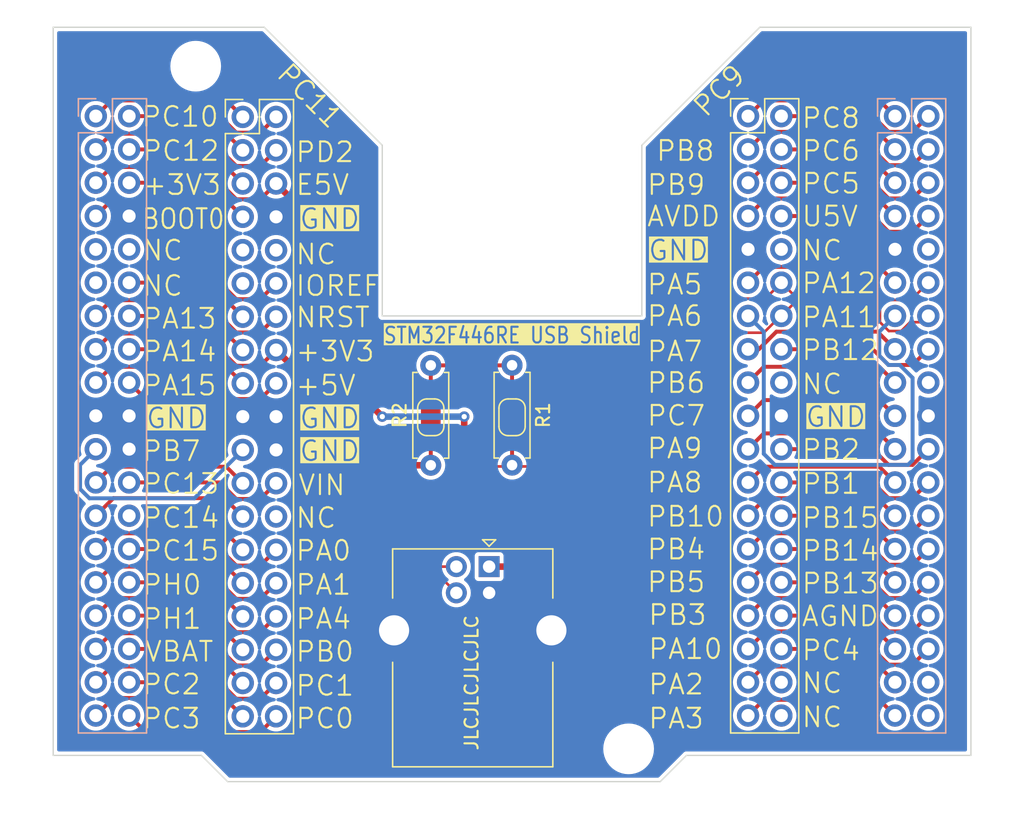
<source format=kicad_pcb>
(kicad_pcb (version 20240108) (generator "pcbnew") (generator_version "8.0")
  (layers (0 "F.Cu" signal) (31 "B.Cu" signal) (34 "B.Paste" user) (35 "F.Paste" user) (36 "B.SilkS" user "B.Silkscreen") (37 "F.SilkS" user "F.Silkscreen") (38 "B.Mask" user) (39 "F.Mask" user) (44 "Edge.Cuts" user))
  (net 0 "")
  (net 1 "/PC_10")
  (net 2 "/PC_11")
  (net 3 "/PC_12")
  (net 4 "/PD_2")
  (net 5 "/+3V3_1")
  (net 6 "/E5V")
  (net 7 "/BOOT0")
  (net 8 "/GND")
  (net 9 "/IOREF")
  (net 10 "/PA_13")
  (net 11 "/NRST")
  (net 12 "/PA_14")
  (net 13 "/PA_15")
  (net 14 "/+5V")
  (net 15 "/PB_7")
  (net 16 "/PC_13")
  (net 17 "/VIN")
  (net 18 "/PC_14")
  (net 19 "/PC_15")
  (net 20 "/PA_0")
  (net 21 "/PH_0")
  (net 22 "/PA_1")
  (net 23 "/PH_1")
  (net 24 "/PA_4")
  (net 25 "/VBAT")
  (net 26 "/PB_0")
  (net 27 "/PC_2")
  (net 28 "/PC_1")
  (net 29 "/PC_3")
  (net 30 "/PC_0")
  (net 31 "/PC_9")
  (net 32 "/PC_8")
  (net 33 "/PB_8")
  (net 34 "/PC_6")
  (net 35 "/PB_9")
  (net 36 "/PC_5")
  (net 37 "/AVDD")
  (net 38 "/U5V")
  (net 39 "/PA_5")
  (net 40 "/PA_6")
  (net 41 "/PA_7")
  (net 42 "/PB_12")
  (net 43 "/PB_6")
  (net 44 "/PC_7")
  (net 45 "/PA_9")
  (net 46 "/PB_2")
  (net 47 "/PA_8")
  (net 48 "/PB_1")
  (net 49 "/PB_10")
  (net 50 "/PB_15")
  (net 51 "/PB_4")
  (net 52 "/PB_14")
  (net 53 "/PB_5")
  (net 54 "/PB_13")
  (net 55 "/PB_3")
  (net 56 "/AGND")
  (net 57 "/PA_10")
  (net 58 "/PC_4")
  (net 59 "/PA_2")
  (net 60 "/PA_3")
  (net 61 "Net-(JP1-B)")
  (net 78 "/D+")
  (net 79 "/D-")
  (net 80 "/+3V3_2")
  (footprint "Connector_PinHeader_2.54mm:PinHeader_2x19_P2.54mm_Vertical" (layer "F.Cu") (at 114.46 56.84)
    (property "Reference" "J2")
    (property "Value" "Conn_02x19_Odd_Even")
  )
  (footprint "Resistor_THT:R_Axial_DIN0207_L6.3mm_D2.5mm_P7.62mm_Horizontal" (layer "F.Cu") (at 128.8 83.41 90)
    (property "Reference" "R2")
    (property "Value" "R")
  )
  (footprint "Resistor_THT:R_Axial_DIN0207_L6.3mm_D2.5mm_P7.62mm_Horizontal" (layer "F.Cu") (at 135 75.78 -90)
    (property "Reference" "R1")
    (property "Value" "R")
  )
  (footprint "Connector_PinHeader_2.54mm:PinHeader_2x19_P2.54mm_Vertical" (layer "F.Cu") (at 153 56.78)
    (property "Reference" "J4")
    (property "Value" "Conn_02x19_Odd_Even")
  )
  (footprint "Jumper:SolderJumper-2_P1.3mm_Open_RoundedPad1.0x1.5mm" (layer "F.Cu") (at 135 79.75 90)
    (property "Reference" "JP1")
    (property "Value" "SolderJumper_2_Open")
  )
  (footprint "Jumper:SolderJumper-2_P1.3mm_Open_RoundedPad1.0x1.5mm" (layer "F.Cu") (at 128.8 79.75 -90)
    (property "Reference" "JP2")
    (property "Value" "SolderJumper_2_Open")
  )
  (footprint "Connector_USB:USB_B_Lumberg_2411_02_Horizontal" (layer "F.Cu") (at 133.25 91.14 -90)
    (property "Reference" "J5")
    (property "Value" "USB_B")
  )
  (footprint "MountingHole:MountingHole_3.2mm_M3" (layer "F.Cu") (at 143.89 105.04)
    (property "Reference" "H2")
    (property "Value" "MountingHole")
  )
  (footprint "MountingHole:MountingHole_3.2mm_M3" (layer "F.Cu") (at 110.87 52.97)
    (property "Reference" "H1")
    (property "Value" "MountingHole")
  )
  (footprint "Connector_PinSocket_2.54mm:PinSocket_2x19_P2.54mm_Vertical" (layer "B.Cu") (at 103.25 56.78 180)
    (property "Reference" "J1")
    (property "Value" "Conn_02x19_Odd_Even")
  )
  (footprint "Connector_PinSocket_2.54mm:PinSocket_2x19_P2.54mm_Vertical" (layer "B.Cu") (at 164.21 56.78 180)
    (property "Reference" "J3")
    (property "Value" "Conn_02x19_Odd_Even")
  )
  (gr_line (start 100 105.54) (end 111.3 105.54) (stroke (width 0.1)) (layer "Edge.Cuts"))
  (gr_line (start 113.3 107.54) (end 146.3 107.54) (stroke (width 0.1)) (layer "Edge.Cuts"))
  (gr_line (start 125.1 59) (end 116.1 50) (stroke (width 0.1)) (layer "Edge.Cuts"))
  (gr_line (start 125.1 59) (end 125.1 72.02) (stroke (width 0.1)) (layer "Edge.Cuts"))
  (gr_line (start 144.9 59) (end 144.9 72.02) (stroke (width 0.1)) (layer "Edge.Cuts"))
  (gr_line (start 144.9 59) (end 153.9 50) (stroke (width 0.1)) (layer "Edge.Cuts"))
  (gr_line (start 100 105.54) (end 100 50) (stroke (width 0.1)) (layer "Edge.Cuts"))
  (gr_line (start 170 50) (end 170 105.54) (stroke (width 0.1)) (layer "Edge.Cuts"))
  (gr_line (start 148.3 105.54) (end 170 105.54) (stroke (width 0.1)) (layer "Edge.Cuts"))
  (gr_line (start 125.1 72.02) (end 144.9 72.02) (stroke (width 0.1)) (layer "Edge.Cuts"))
  (gr_line (start 116.1 50) (end 100 50) (stroke (width 0.1)) (layer "Edge.Cuts"))
  (gr_line (start 113.3 107.54) (end 111.3 105.54) (stroke (width 0.1)) (layer "Edge.Cuts"))
  (gr_line (start 146.3 107.54) (end 148.3 105.54) (stroke (width 0.1)) (layer "Edge.Cuts"))
  (gr_line (start 153.9 50) (end 170 50) (stroke (width 0.1)) (layer "Edge.Cuts"))
  (gr_text "PA7" (at 145.2 75.6 0) (layer "F.SilkS") (effects (font (size 1.5 1.5) (thickness 0.16)) (justify left bottom)))
  (gr_text "GND" (at 118.7 80.7 0) (layer "F.SilkS" knockout) (effects (font (size 1.5 1.5) (thickness 0.16)) (justify left bottom)))
  (gr_text "PC6" (at 157 60.3 0) (layer "F.SilkS") (effects (font (size 1.5 1.5) (thickness 0.16)) (justify left bottom)))
  (gr_text "PA1" (at 118.4 93.4 0) (layer "F.SilkS") (effects (font (size 1.5 1.5) (thickness 0.16)) (justify left bottom)))
  (gr_text "PA11" (at 157 73 0) (layer "F.SilkS") (effects (font (size 1.5 1.5) (thickness 0.16)) (justify left bottom)))
  (gr_text "PC13" (at 106.7 85.7 0) (layer "F.SilkS") (effects (font (size 1.5 1.5) (thickness 0.16)) (justify left bottom)))
  (gr_text "PB12" (at 157 75.5 0) (layer "F.SilkS") (effects (font (size 1.5 1.5) (thickness 0.16)) (justify left bottom)))
  (gr_text "PC14" (at 106.7 88.3 0) (layer "F.SilkS") (effects (font (size 1.5 1.5) (thickness 0.16)) (justify left bottom)))
  (gr_text "NRST" (at 118.4 73 0) (layer "F.SilkS") (effects (font (size 1.5 1.5) (thickness 0.16)) (justify left bottom)))
  (gr_text "PC0" (at 118.4 103.6 0) (layer "F.SilkS") (effects (font (size 1.5 1.5) (thickness 0.16)) (justify left bottom)))
  (gr_text "PB2" (at 157 83.1 0) (layer "F.SilkS") (effects (font (size 1.5 1.5) (thickness 0.16)) (justify left bottom)))
  (gr_text "PC11" (at 116.8 53.7 315) (layer "F.SilkS") (effects (font (size 1.5 1.5) (thickness 0.16)) (justify left bottom)))
  (gr_text "NC" (at 157 103.5 0) (layer "F.SilkS") (effects (font (size 1.5 1.5) (thickness 0.16)) (justify left bottom)))
  (gr_text "PH0" (at 106.7 93.4 0) (layer "F.SilkS") (effects (font (size 1.5 1.5) (thickness 0.16)) (justify left bottom)))
  (gr_text "PB3" (at 145.3 95.7 0) (layer "F.SilkS") (effects (font (size 1.5 1.5) (thickness 0.16)) (justify left bottom)))
  (gr_text "+3V3" (at 118.4 75.6 0) (layer "F.SilkS") (effects (font (size 1.5 1.5) (thickness 0.16)) (justify left bottom)))
  (gr_text "PC15" (at 106.7 90.8 0) (layer "F.SilkS") (effects (font (size 1.5 1.5) (thickness 0.16)) (justify left bottom)))
  (gr_text "+3V3" (at 106.7 62.9 0) (layer "F.SilkS") (effects (font (size 1.5 1.5) (thickness 0.16)) (justify left bottom)))
  (gr_text "PA2" (at 145.3 101 0) (layer "F.SilkS") (effects (font (size 1.5 1.5) (thickness 0.16)) (justify left bottom)))
  (gr_text "VBAT" (at 106.9 98.5 0) (layer "F.SilkS") (effects (font (size 1.5 1.5) (thickness 0.16)) (justify left bottom)))
  (gr_text "NC" (at 106.7 67.9 0) (layer "F.SilkS") (effects (font (size 1.5 1.5) (thickness 0.16)) (justify left bottom)))
  (gr_text "NC" (at 118.4 68.2 0) (layer "F.SilkS") (effects (font (size 1.5 1.5) (thickness 0.16)) (justify left bottom)))
  (gr_text "GND" (at 107 80.7 0) (layer "F.SilkS" knockout) (effects (font (size 1.5 1.5) (thickness 0.16)) (justify left bottom)))
  (gr_text "PA14" (at 106.7 75.6 0) (layer "F.SilkS") (effects (font (size 1.5 1.5) (thickness 0.16)) (justify left bottom)))
  (gr_text "PB10" (at 145.2 88.2 0) (layer "F.SilkS") (effects (font (size 1.5 1.5) (thickness 0.16)) (justify left bottom)))
  (gr_text "PA15" (at 106.7 78.2 0) (layer "F.SilkS") (effects (font (size 1.5 1.5) (thickness 0.16)) (justify left bottom)))
  (gr_text "PB9" (at 145.2 62.9 0) (layer "F.SilkS") (effects (font (size 1.5 1.5) (thickness 0.16)) (justify left bottom)))
  (gr_text "PH1" (at 106.7 96 0) (layer "F.SilkS") (effects (font (size 1.5 1.5) (thickness 0.16)) (justify left bottom)))
  (gr_text "+5V" (at 118.4 78.2 0) (layer "F.SilkS") (effects (font (size 1.5 1.5) (thickness 0.16)) (justify left bottom)))
  (gr_text "GND" (at 118.7 83.2 0) (layer "F.SilkS" knockout) (effects (font (size 1.5 1.5) (thickness 0.16)) (justify left bottom)))
  (gr_text "PC8" (at 157 57.8 0) (layer "F.SilkS") (effects (font (size 1.5 1.5) (thickness 0.16)) (justify left bottom)))
  (gr_text "PA5" (at 145.2 70.5 0) (layer "F.SilkS") (effects (font (size 1.5 1.5) (thickness 0.16)) (justify left bottom)))
  (gr_text "PB14" (at 157 90.8 0) (layer "F.SilkS") (effects (font (size 1.5 1.5) (thickness 0.16)) (justify left bottom)))
  (gr_text "AGND" (at 157 95.8 0) (layer "F.SilkS") (effects (font (size 1.5 1.5) (thickness 0.16)) (justify left bottom)))
  (gr_text "PA3" (at 145.3 103.6 0) (layer "F.SilkS") (effects (font (size 1.5 1.5) (thickness 0.16)) (justify left bottom)))
  (gr_text "JLCJLCJLCJLC" (at 132.5 100 90) (layer "F.SilkS") (effects (font (size 1 1) (thickness 0.16)) (justify bottom)))
  (gr_text "PA8" (at 145.2 85.6 0) (layer "F.SilkS") (effects (font (size 1.5 1.5) (thickness 0.16)) (justify left bottom)))
  (gr_text "PC3" (at 106.7 103.6 0) (layer "F.SilkS") (effects (font (size 1.5 1.5) (thickness 0.16)) (justify left bottom)))
  (gr_text "PC2" (at 106.7 101 0) (layer "F.SilkS") (effects (font (size 1.5 1.5) (thickness 0.16)) (justify left bottom)))
  (gr_text "PB15" (at 157 88.3 0) (layer "F.SilkS") (effects (font (size 1.5 1.5) (thickness 0.16)) (justify left bottom)))
  (gr_text "PC7" (at 145.2 80.5 0) (layer "F.SilkS") (effects (font (size 1.5 1.5) (thickness 0.16)) (justify left bottom)))
  (gr_text "PC10" (at 106.65 57.7 0) (layer "F.SilkS") (effects (font (size 1.5 1.5) (thickness 0.16)) (justify left bottom)))
  (gr_text "NC" (at 157 78.1 0) (layer "F.SilkS") (effects (font (size 1.5 1.5) (thickness 0.16)) (justify left bottom)))
  (gr_text "PB0" (at 118.4 98.5 0) (layer "F.SilkS") (effects (font (size 1.5 1.5) (thickness 0.16)) (justify left bottom)))
  (gr_text "PA6" (at 145.2 72.9 0) (layer "F.SilkS") (effects (font (size 1.5 1.5) (thickness 0.16)) (justify left bottom)))
  (gr_text "PB7" (at 106.7 83.2 0) (layer "F.SilkS") (effects (font (size 1.5 1.5) (thickness 0.16)) (justify left bottom)))
  (gr_text "PB13" (at 157 93.3 0) (layer "F.SilkS") (effects (font (size 1.5 1.5) (thickness 0.16)) (justify left bottom)))
  (gr_text "PA12" (at 157 70.4 0) (layer "F.SilkS") (effects (font (size 1.5 1.5) (thickness 0.16)) (justify left bottom)))
  (gr_text "PC9" (at 149.8 57.1 45) (layer "F.SilkS") (effects (font (size 1.5 1.5) (thickness 0.16)) (justify left bottom)))
  (gr_text "PA10" (at 145.3 98.3 0) (layer "F.SilkS") (effects (font (size 1.5 1.5) (thickness 0.16)) (justify left bottom)))
  (gr_text "PB8" (at 145.9 60.3 0) (layer "F.SilkS") (effects (font (size 1.5 1.5) (thickness 0.16)) (justify left bottom)))
  (gr_text "PB4" (at 145.2 90.7 0) (layer "F.SilkS") (effects (font (size 1.5 1.5) (thickness 0.16)) (justify left bottom)))
  (gr_text "GND" (at 145.3 67.9 0) (layer "F.SilkS" knockout) (effects (font (size 1.5 1.5) (thickness 0.16)) (justify left bottom)))
  (gr_text "NC" (at 118.4 88.3 0) (layer "F.SilkS") (effects (font (size 1.5 1.5) (thickness 0.16)) (justify left bottom)))
  (gr_text "NC" (at 106.7 70.6 0) (layer "F.SilkS") (effects (font (size 1.5 1.5) (thickness 0.16)) (justify left bottom)))
  (gr_text "IOREF" (at 118.4 70.6 0) (layer "F.SilkS") (effects (font (size 1.5 1.5) (thickness 0.16)) (justify left bottom)))
  (gr_text "PB1" (at 157 85.7 0) (layer "F.SilkS") (effects (font (size 1.5 1.5) (thickness 0.16)) (justify left bottom)))
  (gr_text "PB6" (at 145.2 78 0) (layer "F.SilkS") (effects (font (size 1.5 1.5) (thickness 0.16)) (justify left bottom)))
  (gr_text "GND" (at 157.3 80.6 0) (layer "F.SilkS" knockout) (effects (font (size 1.5 1.5) (thickness 0.16)) (justify left bottom)))
  (gr_text "NC" (at 157 100.9 0) (layer "F.SilkS") (effects (font (size 1.5 1.5) (thickness 0.16)) (justify left bottom)))
  (gr_text "PC5" (at 157 62.8 0) (layer "F.SilkS") (effects (font (size 1.5 1.5) (thickness 0.16)) (justify left bottom)))
  (gr_text "PA9" (at 145.2 83 0) (layer "F.SilkS") (effects (font (size 1.5 1.5) (thickness 0.16)) (justify left bottom)))
  (gr_text "AVDD" (at 145.2 65.3 0) (layer "F.SilkS") (effects (font (size 1.5 1.5) (thickness 0.16)) (justify left bottom)))
  (gr_text "STM32F446RE USB Shield" (at 135 74.2 0) (layer "F.SilkS" knockout) (effects (font (size 1.2 1) (thickness 0.16)) (justify bottom)))
  (gr_text "PC4" (at 157 98.4 0) (layer "F.SilkS") (effects (font (size 1.5 1.5) (thickness 0.16)) (justify left bottom)))
  (gr_text "PA0" (at 118.4 90.8 0) (layer "F.SilkS") (effects (font (size 1.5 1.5) (thickness 0.16)) (justify left bottom)))
  (gr_text "PC1" (at 118.4 101.1 0) (layer "F.SilkS") (effects (font (size 1.5 1.5) (thickness 0.16)) (justify left bottom)))
  (gr_text "PD2" (at 118.4 60.4 0) (layer "F.SilkS") (effects (font (size 1.5 1.5) (thickness 0.16)) (justify left bottom)))
  (gr_text "GND" (at 118.7 65.5 0) (layer "F.SilkS" knockout) (effects (font (size 1.5 1.5) (thickness 0.16)) (justify left bottom)))
  (gr_text "BOOT0" (at 106.7 65.5 0) (layer "F.SilkS") (effects (font (size 1.5 1.3) (thickness 0.16)) (justify left bottom)))
  (gr_text "PA13" (at 106.7 73.1 0) (layer "F.SilkS") (effects (font (size 1.5 1.5) (thickness 0.16)) (justify left bottom)))
  (gr_text "U5V" (at 157 65.3 0) (layer "F.SilkS") (effects (font (size 1.5 1.5) (thickness 0.16)) (justify left bottom)))
  (gr_text "PB5" (at 145.2 93.2 0) (layer "F.SilkS") (effects (font (size 1.5 1.5) (thickness 0.16)) (justify left bottom)))
  (gr_text "PC12" (at 106.7 60.3 0) (layer "F.SilkS") (effects (font (size 1.5 1.5) (thickness 0.16)) (justify left bottom)))
  (gr_text "E5V" (at 118.4 62.9 0) (layer "F.SilkS") (effects (font (size 1.5 1.5) (thickness 0.16)) (justify left bottom)))
  (gr_text "PA4" (at 118.4 96 0) (layer "F.SilkS") (effects (font (size 1.5 1.5) (thickness 0.16)) (justify left bottom)))
  (gr_text "NC" (at 157 67.9 0) (layer "F.SilkS") (effects (font (size 1.5 1.5) (thickness 0.16)) (justify left bottom)))
  (gr_text "VIN" (at 118.6 85.8 0) (layer "F.SilkS") (effects (font (size 1.5 1.5) (thickness 0.16)) (justify left bottom)))
  (segment (start 104.45 55.58) (end 113.2 55.58) (width 0.3) (layer "F.Cu") (net 1))
  (segment (start 103.25 56.78) (end 104.45 55.58) (width 0.3) (layer "F.Cu") (net 1))
  (segment (start 113.2 55.58) (end 114.46 56.84) (width 0.3) (layer "F.Cu") (net 1))
  (segment (start 105.79 56.78) (end 112.702943 56.78) (width 0.3) (layer "F.Cu") (net 2))
  (segment (start 112.702943 56.78) (end 113.962943 58.04) (width 0.3) (layer "F.Cu") (net 2))
  (segment (start 115.8 58.04) (end 117 56.84) (width 0.3) (layer "F.Cu") (net 2))
  (segment (start 113.962943 58.04) (end 115.8 58.04) (width 0.3) (layer "F.Cu") (net 2))
  (segment (start 113.2 58.12) (end 114.46 59.38) (width 0.3) (layer "F.Cu") (net 3))
  (segment (start 104.45 58.12) (end 113.2 58.12) (width 0.3) (layer "F.Cu") (net 3))
  (segment (start 103.25 59.32) (end 104.45 58.12) (width 0.3) (layer "F.Cu") (net 3))
  (segment (start 112.702943 59.32) (end 113.962943 60.58) (width 0.3) (layer "F.Cu") (net 4))
  (segment (start 115.8 60.58) (end 117 59.38) (width 0.3) (layer "F.Cu") (net 4))
  (segment (start 105.79 59.32) (end 112.702943 59.32) (width 0.3) (layer "F.Cu") (net 4))
  (segment (start 113.962943 60.58) (end 115.8 60.58) (width 0.3) (layer "F.Cu") (net 4))
  (segment (start 103.25 61.86) (end 104.45 60.66) (width 0.3) (layer "F.Cu") (net 5))
  (segment (start 113.2 60.66) (end 114.46 61.92) (width 0.3) (layer "F.Cu") (net 5))
  (segment (start 104.45 60.66) (end 113.2 60.66) (width 0.3) (layer "F.Cu") (net 5))
  (segment (start 112.702943 61.86) (end 113.962943 63.12) (width 0.3) (layer "F.Cu") (net 6))
  (segment (start 130.1 96.1) (end 133.3 96.1) (width 0.5) (layer "F.Cu") (net 6))
  (segment (start 131.35 83.15) (end 127.2 87.3) (width 0.5) (layer "F.Cu") (net 6))
  (segment (start 133.3 96.1) (end 135.7 93.7) (width 0.5) (layer "F.Cu") (net 6))
  (segment (start 135.7 93.7) (end 135.7 92.2) (width 0.5) (layer "F.Cu") (net 6))
  (segment (start 134.64 91.14) (end 133.25 91.14) (width 0.5) (layer "F.Cu") (net 6))
  (segment (start 127.2 87.3) (end 127.2 93.2) (width 0.5) (layer "F.Cu") (net 6))
  (segment (start 105.79 61.86) (end 112.702943 61.86) (width 0.3) (layer "F.Cu") (net 6))
  (segment (start 135.7 92.2) (end 134.64 91.14) (width 0.5) (layer "F.Cu") (net 6))
  (segment (start 115.8 63.12) (end 117 61.92) (width 0.3) (layer "F.Cu") (net 6))
  (segment (start 123.5 68.42) (end 117 61.92) (width 0.5) (layer "F.Cu") (net 6))
  (segment (start 127.2 93.2) (end 130.1 96.1) (width 0.5) (layer "F.Cu") (net 6))
  (segment (start 123.5 78.1) (end 123.5 68.42) (width 0.5) (layer "F.Cu") (net 6))
  (segment (start 131.35 79.7) (end 131.35 83.15) (width 0.5) (layer "F.Cu") (net 6))
  (segment (start 113.962943 63.12) (end 115.8 63.12) (width 0.3) (layer "F.Cu") (net 6))
  (segment (start 123.5 78.1) (end 125.1 79.7) (width 0.5) (layer "F.Cu") (net 6))
  (via (at 125.1 79.7) (size 0.8) (drill 0.4) (layers "F.Cu" "B.Cu") (net 6))
  (via (at 131.35 79.7) (size 0.8) (drill 0.4) (layers "F.Cu" "B.Cu") (net 6))
  (segment (start 125.1 79.7) (end 131.35 79.7) (width 0.5) (layer "B.Cu") (net 6))
  (segment (start 103.25 64.4) (end 104.45 63.2) (width 0.3) (layer "F.Cu") (net 7))
  (segment (start 104.45 63.2) (end 113.2 63.2) (width 0.3) (layer "F.Cu") (net 7))
  (segment (start 113.2 63.2) (end 114.46 64.46) (width 0.3) (layer "F.Cu") (net 7))
  (segment (start 112.702943 69.48) (end 113.962943 70.74) (width 0.3) (layer "F.Cu") (net 9))
  (segment (start 113.962943 70.74) (end 115.8 70.74) (width 0.3) (layer "F.Cu") (net 9))
  (segment (start 105.79 69.48) (end 112.702943 69.48) (width 0.3) (layer "F.Cu") (net 9))
  (segment (start 115.8 70.74) (end 117 69.54) (width 0.3) (layer "F.Cu") (net 9))
  (segment (start 104.45 70.82) (end 113.2 70.82) (width 0.3) (layer "F.Cu") (net 10))
  (segment (start 103.25 72.02) (end 104.45 70.82) (width 0.3) (layer "F.Cu") (net 10))
  (segment (start 113.2 70.82) (end 114.46 72.08) (width 0.3) (layer "F.Cu") (net 10))
  (segment (start 113.962943 73.28) (end 115.8 73.28) (width 0.3) (layer "F.Cu") (net 11))
  (segment (start 112.702943 72.02) (end 113.962943 73.28) (width 0.3) (layer "F.Cu") (net 11))
  (segment (start 115.8 73.28) (end 117 72.08) (width 0.3) (layer "F.Cu") (net 11))
  (segment (start 105.79 72.02) (end 112.702943 72.02) (width 0.3) (layer "F.Cu") (net 11))
  (segment (start 113.2 73.36) (end 114.46 74.62) (width 0.3) (layer "F.Cu") (net 12))
  (segment (start 104.45 73.36) (end 113.2 73.36) (width 0.3) (layer "F.Cu") (net 12))
  (segment (start 103.25 74.56) (end 104.45 73.36) (width 0.3) (layer "F.Cu") (net 12))
  (segment (start 104.45 75.9) (end 113.2 75.9) (width 0.3) (layer "F.Cu") (net 13))
  (segment (start 113.2 75.9) (end 114.46 77.16) (width 0.3) (layer "F.Cu") (net 13))
  (segment (start 103.25 77.1) (end 104.45 75.9) (width 0.3) (layer "F.Cu") (net 13))
  (segment (start 107.05 78.36) (end 105.79 77.1) (width 0.3) (layer "F.Cu") (net 14))
  (segment (start 115.8 78.36) (end 107.05 78.36) (width 0.3) (layer "F.Cu") (net 14))
  (segment (start 117 77.16) (end 115.8 78.36) (width 0.3) (layer "F.Cu") (net 14))
  (segment (start 102.07 83.36) (end 103.25 82.18) (width 0.3) (layer "B.Cu") (net 15))
  (segment (start 102.05 83.36) (end 102.05 85.217057) (width 0.3) (layer "B.Cu") (net 15))
  (segment (start 102.762943 85.93) (end 110.77 85.93) (width 0.3) (layer "B.Cu") (net 15))
  (segment (start 102.05 85.217057) (end 102.762943 85.93) (width 0.3) (layer "B.Cu") (net 15))
  (segment (start 110.77 85.93) (end 114.46 82.24) (width 0.3) (layer "B.Cu") (net 15))
  (segment (start 104.45 83.52) (end 113.2 83.52) (width 0.3) (layer "F.Cu") (net 16))
  (segment (start 113.2 83.52) (end 114.46 84.78) (width 0.3) (layer "F.Cu") (net 16))
  (segment (start 103.25 84.72) (end 104.45 83.52) (width 0.3) (layer "F.Cu") (net 16))
  (segment (start 105.79 84.72) (end 112.702943 84.72) (width 0.3) (layer "F.Cu") (net 17))
  (segment (start 112.702943 84.72) (end 113.962943 85.98) (width 0.3) (layer "F.Cu") (net 17))
  (segment (start 113.962943 85.98) (end 115.8 85.98) (width 0.3) (layer "F.Cu") (net 17))
  (segment (start 115.8 85.98) (end 117 84.78) (width 0.3) (layer "F.Cu") (net 17))
  (segment (start 103.25 87.26) (end 104.59 85.92) (width 0.3) (layer "F.Cu") (net 18))
  (segment (start 104.59 85.92) (end 113.06 85.92) (width 0.3) (layer "F.Cu") (net 18))
  (segment (start 113.06 85.92) (end 114.46 87.32) (width 0.3) (layer "F.Cu") (net 18))
  (segment (start 103.25 89.8) (end 104.45 88.6) (width 0.3) (layer "F.Cu") (net 19))
  (segment (start 104.45 88.6) (end 113.2 88.6) (width 0.3) (layer "F.Cu") (net 19))
  (segment (start 113.2 88.6) (end 114.46 89.86) (width 0.3) (layer "F.Cu") (net 19))
  (segment (start 113.962943 91.06) (end 115.8 91.06) (width 0.3) (layer "F.Cu") (net 20))
  (segment (start 105.79 89.8) (end 112.702943 89.8) (width 0.3) (layer "F.Cu") (net 20))
  (segment (start 115.8 91.06) (end 117 89.86) (width 0.3) (layer "F.Cu") (net 20))
  (segment (start 112.702943 89.8) (end 113.962943 91.06) (width 0.3) (layer "F.Cu") (net 20))
  (segment (start 113.2 91.14) (end 114.46 92.4) (width 0.3) (layer "F.Cu") (net 21))
  (segment (start 103.25 92.34) (end 104.45 91.14) (width 0.3) (layer "F.Cu") (net 21))
  (segment (start 104.45 91.14) (end 113.2 91.14) (width 0.3) (layer "F.Cu") (net 21))
  (segment (start 105.79 92.34) (end 112.702943 92.34) (width 0.3) (layer "F.Cu") (net 22))
  (segment (start 113.962943 93.6) (end 115.8 93.6) (width 0.3) (layer "F.Cu") (net 22))
  (segment (start 112.702943 92.34) (end 113.962943 93.6) (width 0.3) (layer "F.Cu") (net 22))
  (segment (start 115.8 93.6) (end 117 92.4) (width 0.3) (layer "F.Cu") (net 22))
  (segment (start 113.06 93.54) (end 114.46 94.94) (width 0.3) (layer "F.Cu") (net 23))
  (segment (start 103.25 94.88) (end 104.59 93.54) (width 0.3) (layer "F.Cu") (net 23))
  (segment (start 104.59 93.54) (end 113.06 93.54) (width 0.3) (layer "F.Cu") (net 23))
  (segment (start 113.962943 96.14) (end 115.8 96.14) (width 0.3) (layer "F.Cu") (net 24))
  (segment (start 115.8 96.14) (end 117 94.94) (width 0.3) (layer "F.Cu") (net 24))
  (segment (start 112.702943 94.88) (end 113.962943 96.14) (width 0.3) (layer "F.Cu") (net 24))
  (segment (start 105.79 94.88) (end 112.702943 94.88) (width 0.3) (layer "F.Cu") (net 24))
  (segment (start 104.45 96.22) (end 113.2 96.22) (width 0.3) (layer "F.Cu") (net 25))
  (segment (start 113.2 96.22) (end 114.46 97.48) (width 0.3) (layer "F.Cu") (net 25))
  (segment (start 103.25 97.42) (end 104.45 96.22) (width 0.3) (layer "F.Cu") (net 25))
  (segment (start 105.79 97.42) (end 112.702943 97.42) (width 0.3) (layer "F.Cu") (net 26))
  (segment (start 115.8 98.68) (end 117 97.48) (width 0.3) (layer "F.Cu") (net 26))
  (segment (start 112.702943 97.42) (end 113.962943 98.68) (width 0.3) (layer "F.Cu") (net 26))
  (segment (start 113.962943 98.68) (end 115.8 98.68) (width 0.3) (layer "F.Cu") (net 26))
  (segment (start 103.25 99.96) (end 104.45 98.76) (width 0.3) (layer "F.Cu") (net 27))
  (segment (start 104.45 98.76) (end 113.2 98.76) (width 0.3) (layer "F.Cu") (net 27))
  (segment (start 113.2 98.76) (end 114.46 100.02) (width 0.3) (layer "F.Cu") (net 27))
  (segment (start 113.962943 101.22) (end 115.8 101.22) (width 0.3) (layer "F.Cu") (net 28))
  (segment (start 105.79 99.96) (end 112.702943 99.96) (width 0.3) (layer "F.Cu") (net 28))
  (segment (start 112.702943 99.96) (end 113.962943 101.22) (width 0.3) (layer "F.Cu") (net 28))
  (segment (start 115.8 101.22) (end 117 100.02) (width 0.3) (layer "F.Cu") (net 28))
  (segment (start 113.06 101.16) (end 114.46 102.56) (width 0.3) (layer "F.Cu") (net 29))
  (segment (start 103.25 102.5) (end 104.59 101.16) (width 0.3) (layer "F.Cu") (net 29))
  (segment (start 104.59 101.16) (end 113.06 101.16) (width 0.3) (layer "F.Cu") (net 29))
  (segment (start 107.05 103.76) (end 115.8 103.76) (width 0.3) (layer "F.Cu") (net 30))
  (segment (start 115.8 103.76) (end 117 102.56) (width 0.3) (layer "F.Cu") (net 30))
  (segment (start 105.79 102.5) (end 107.05 103.76) (width 0.3) (layer "F.Cu") (net 30))
  (segment (start 154.2 55.58) (end 163.01 55.58) (width 0.3) (layer "F.Cu") (net 31))
  (segment (start 153 56.78) (end 154.2 55.58) (width 0.3) (layer "F.Cu") (net 31))
  (segment (start 163.01 55.58) (end 164.21 56.78) (width 0.3) (layer "F.Cu") (net 31))
  (segment (start 166.75 56.78) (end 165.55 57.98) (width 0.3) (layer "F.Cu") (net 32))
  (segment (start 163.712943 57.98) (end 162.512943 56.78) (width 0.3) (layer "F.Cu") (net 32))
  (segment (start 162.512943 56.78) (end 155.54 56.78) (width 0.3) (layer "F.Cu") (net 32))
  (segment (start 165.55 57.98) (end 163.712943 57.98) (width 0.3) (layer "F.Cu") (net 32))
  (segment (start 153 59.32) (end 154.34 57.98) (width 0.3) (layer "F.Cu") (net 33))
  (segment (start 154.34 57.98) (end 162.87 57.98) (width 0.3) (layer "F.Cu") (net 33))
  (segment (start 153 59.3) (end 152.9 59.2) (width 0.3) (layer "F.Cu") (net 33))
  (segment (start 153 59.32) (end 153 59.3) (width 0.3) (layer "F.Cu") (net 33))
  (segment (start 162.87 57.98) (end 164.21 59.32) (width 0.3) (layer "F.Cu") (net 33))
  (segment (start 165.55 60.52) (end 163.712943 60.52) (width 0.3) (layer "F.Cu") (net 34))
  (segment (start 163.712943 60.52) (end 162.512943 59.32) (width 0.3) (layer "F.Cu") (net 34))
  (segment (start 162.512943 59.32) (end 155.54 59.32) (width 0.3) (layer "F.Cu") (net 34))
  (segment (start 166.75 59.32) (end 165.55 60.52) (width 0.3) (layer "F.Cu") (net 34))
  (segment (start 163.01 60.66) (end 164.21 61.86) (width 0.3) (layer "F.Cu") (net 35))
  (segment (start 153 61.86) (end 154.2 60.66) (width 0.3) (layer "F.Cu") (net 35))
  (segment (start 154.2 60.66) (end 163.01 60.66) (width 0.3) (layer "F.Cu") (net 35))
  (segment (start 165.55 63.06) (end 163.712943 63.06) (width 0.3) (layer "F.Cu") (net 36))
  (segment (start 166.75 61.86) (end 165.55 63.06) (width 0.3) (layer "F.Cu") (net 36))
  (segment (start 162.512943 61.86) (end 155.54 61.86) (width 0.3) (layer "F.Cu") (net 36))
  (segment (start 163.712943 63.06) (end 162.512943 61.86) (width 0.3) (layer "F.Cu") (net 36))
  (segment (start 162.87 63.06) (end 164.21 64.4) (width 0.3) (layer "F.Cu") (net 37))
  (segment (start 154.34 63.06) (end 162.87 63.06) (width 0.3) (layer "F.Cu") (net 37))
  (segment (start 153 64.4) (end 154.34 63.06) (width 0.3) (layer "F.Cu") (net 37))
  (segment (start 166.75 64.4) (end 165.55 65.6) (width 0.3) (layer "F.Cu") (net 38))
  (segment (start 162.512943 64.4) (end 155.54 64.4) (width 0.3) (layer "F.Cu") (net 38))
  (segment (start 165.55 65.6) (end 163.712943 65.6) (width 0.3) (layer "F.Cu") (net 38))
  (segment (start 163.712943 65.6) (end 162.512943 64.4) (width 0.3) (layer "F.Cu") (net 38))
  (segment (start 154.2 68.28) (end 163.01 68.28) (width 0.3) (layer "F.Cu") (net 39))
  (segment (start 153 69.48) (end 154.2 68.28) (width 0.3) (layer "F.Cu") (net 39))
  (segment (start 163.01 68.28) (end 164.21 69.48) (width 0.3) (layer "F.Cu") (net 39))
  (segment (start 154.2 73.22) (end 153 72.02) (width 0.3) (layer "B.Cu") (net 40))
  (segment (start 154.2 82.537057) (end 154.2 73.22) (width 0.3) (layer "B.Cu") (net 40))
  (segment (start 165.55 83.03) (end 165.55 76.742943) (width 0.3) (layer "B.Cu") (net 40))
  (segment (start 163.01 73.22) (end 163.01 75.057057) (width 0.3) (layer "B.Cu") (net 40))
  (segment (start 163.01 75.057057) (end 163.712943 75.76) (width 0.3) (layer "B.Cu") (net 40))
  (segment (start 165.55 76.742943) (end 164.567057 75.76) (width 0.3) (layer "B.Cu") (net 40))
  (segment (start 165.2 83.38) (end 155.042943 83.38) (width 0.3) (layer "B.Cu") (net 40))
  (segment (start 163.712943 75.76) (end 164.567057 75.76) (width 0.3) (layer "B.Cu") (net 40))
  (segment (start 165.2 83.38) (end 165.55 83.03) (width 0.3) (layer "B.Cu") (net 40))
  (segment (start 155.042943 83.38) (end 154.2 82.537057) (width 0.3) (layer "B.Cu") (net 40))
  (segment (start 164.21 72.02) (end 163.01 73.22) (width 0.3) (layer "B.Cu") (net 40))
  (segment (start 153.822742 74.56) (end 153 74.56) (width 0.3) (layer "F.Cu") (net 41))
  (segment (start 162.87 73.22) (end 155.162742 73.22) (width 0.3) (layer "F.Cu") (net 41))
  (segment (start 164.21 74.56) (end 162.87 73.22) (width 0.3) (layer "F.Cu") (net 41))
  (segment (start 155.162742 73.22) (end 153.822742 74.56) (width 0.3) (layer "F.Cu") (net 41))
  (segment (start 165.55 75.76) (end 163.712943 75.76) (width 0.3) (layer "F.Cu") (net 42))
  (segment (start 162.512943 74.56) (end 155.54 74.56) (width 0.3) (layer "F.Cu") (net 42))
  (segment (start 163.712943 75.76) (end 162.512943 74.56) (width 0.3) (layer "F.Cu") (net 42))
  (segment (start 166.75 74.56) (end 165.55 75.76) (width 0.3) (layer "F.Cu") (net 42))
  (segment (start 154.2 75.9) (end 163.01 75.9) (width 0.3) (layer "F.Cu") (net 43))
  (segment (start 163.01 75.9) (end 164.21 77.1) (width 0.3) (layer "F.Cu") (net 43))
  (segment (start 153 77.1) (end 154.2 75.9) (width 0.3) (layer "F.Cu") (net 43))
  (segment (start 163.01 78.44) (end 164.21 79.64) (width 0.3) (layer "F.Cu") (net 44))
  (segment (start 153 79.64) (end 154.2 78.44) (width 0.3) (layer "F.Cu") (net 44))
  (segment (start 154.2 78.44) (end 163.01 78.44) (width 0.3) (layer "F.Cu") (net 44))
  (segment (start 154.2 80.98) (end 163.01 80.98) (width 0.3) (layer "F.Cu") (net 45))
  (segment (start 163.01 80.98) (end 164.21 82.18) (width 0.3) (layer "F.Cu") (net 45))
  (segment (start 153 82.18) (end 154.2 80.98) (width 0.3) (layer "F.Cu") (net 45))
  (segment (start 163.712943 83.38) (end 162.512943 82.18) (width 0.3) (layer "F.Cu") (net 46))
  (segment (start 162.512943 82.18) (end 155.54 82.18) (width 0.3) (layer "F.Cu") (net 46))
  (segment (start 165.55 83.38) (end 163.712943 83.38) (width 0.3) (layer "F.Cu") (net 46))
  (segment (start 166.75 82.18) (end 165.55 83.38) (width 0.3) (layer "F.Cu") (net 46))
  (segment (start 163.01 83.52) (end 164.21 84.72) (width 0.3) (layer "F.Cu") (net 47))
  (segment (start 154.2 83.52) (end 163.01 83.52) (width 0.3) (layer "F.Cu") (net 47))
  (segment (start 153 84.72) (end 154.2 83.52) (width 0.3) (layer "F.Cu") (net 47))
  (segment (start 162.512943 84.72) (end 163.712943 85.92) (width 0.3) (layer "F.Cu") (net 48))
  (segment (start 165.55 85.92) (end 166.75 84.72) (width 0.3) (layer "F.Cu") (net 48))
  (segment (start 163.712943 85.92) (end 165.55 85.92) (width 0.3) (layer "F.Cu") (net 48))
  (segment (start 155.54 84.72) (end 162.512943 84.72) (width 0.3) (layer "F.Cu") (net 48))
  (segment (start 153 87.26) (end 154.34 85.92) (width 0.3) (layer "F.Cu") (net 49))
  (segment (start 162.87 85.92) (end 164.21 87.26) (width 0.3) (layer "F.Cu") (net 49))
  (segment (start 154.34 85.92) (end 162.87 85.92) (width 0.3) (layer "F.Cu") (net 49))
  (segment (start 165.55 88.46) (end 166.75 87.26) (width 0.3) (layer "F.Cu") (net 50))
  (segment (start 162.512943 87.26) (end 163.712943 88.46) (width 0.3) (layer "F.Cu") (net 50))
  (segment (start 155.54 87.26) (end 162.512943 87.26) (width 0.3) (layer "F.Cu") (net 50))
  (segment (start 163.712943 88.46) (end 165.55 88.46) (width 0.3) (layer "F.Cu") (net 50))
  (segment (start 163.01 88.6) (end 164.21 89.8) (width 0.3) (layer "F.Cu") (net 51))
  (segment (start 154.2 88.6) (end 163.01 88.6) (width 0.3) (layer "F.Cu") (net 51))
  (segment (start 153 89.8) (end 154.2 88.6) (width 0.3) (layer "F.Cu") (net 51))
  (segment (start 162.512943 89.8) (end 163.712943 91) (width 0.3) (layer "F.Cu") (net 52))
  (segment (start 165.55 91) (end 166.75 89.8) (width 0.3) (layer "F.Cu") (net 52))
  (segment (start 163.712943 91) (end 165.55 91) (width 0.3) (layer "F.Cu") (net 52))
  (segment (start 155.54 89.8) (end 162.512943 89.8) (width 0.3) (layer "F.Cu") (net 52))
  (segment (start 154.34 91) (end 162.87 91) (width 0.3) (layer "F.Cu") (net 53))
  (segment (start 153 92.34) (end 154.34 91) (width 0.3) (layer "F.Cu") (net 53))
  (segment (start 162.87 91) (end 164.21 92.34) (width 0.3) (layer "F.Cu") (net 53))
  (segment (start 163.712943 93.54) (end 165.55 93.54) (width 0.3) (layer "F.Cu") (net 54))
  (segment (start 165.55 93.54) (end 166.75 92.34) (width 0.3) (layer "F.Cu") (net 54))
  (segment (start 155.54 92.34) (end 162.512943 92.34) (width 0.3) (layer "F.Cu") (net 54))
  (segment (start 162.512943 92.34) (end 163.712943 93.54) (width 0.3) (layer "F.Cu") (net 54))
  (segment (start 162.87 93.54) (end 164.21 94.88) (width 0.3) (layer "F.Cu") (net 55))
  (segment (start 154.34 93.54) (end 162.87 93.54) (width 0.3) (layer "F.Cu") (net 55))
  (segment (start 153 94.88) (end 154.34 93.54) (width 0.3) (layer "F.Cu") (net 55))
  (segment (start 155.54 94.88) (end 162.512943 94.88) (width 0.3) (layer "F.Cu") (net 56))
  (segment (start 163.712943 96.08) (end 165.55 96.08) (width 0.3) (layer "F.Cu") (net 56))
  (segment (start 165.55 96.08) (end 166.75 94.88) (width 0.3) (layer "F.Cu") (net 56))
  (segment (start 162.512943 94.88) (end 163.712943 96.08) (width 0.3) (layer "F.Cu") (net 56))
  (segment (start 153 97.42) (end 154.34 96.08) (width 0.3) (layer "F.Cu") (net 57))
  (segment (start 154.34 96.08) (end 162.87 96.08) (width 0.3) (layer "F.Cu") (net 57))
  (segment (start 162.87 96.08) (end 164.21 97.42) (width 0.3) (layer "F.Cu") (net 57))
  (segment (start 155.54 97.42) (end 162.512943 97.42) (width 0.3) (layer "F.Cu") (net 58))
  (segment (start 162.512943 97.42) (end 163.712943 98.62) (width 0.3) (layer "F.Cu") (net 58))
  (segment (start 163.712943 98.62) (end 165.55 98.62) (width 0.3) (layer "F.Cu") (net 58))
  (segment (start 165.55 98.62) (end 166.75 97.42) (width 0.3) (layer "F.Cu") (net 58))
  (segment (start 153 99.96) (end 154.2 98.76) (width 0.3) (layer "F.Cu") (net 59))
  (segment (start 163.01 98.76) (end 164.21 99.96) (width 0.3) (layer "F.Cu") (net 59))
  (segment (start 154.2 98.76) (end 163.01 98.76) (width 0.3) (layer "F.Cu") (net 59))
  (segment (start 153 102.5) (end 154.2 101.3) (width 0.3) (layer "F.Cu") (net 60))
  (segment (start 163.01 101.3) (end 164.21 102.5) (width 0.3) (layer "F.Cu") (net 60))
  (segment (start 154.2 101.3) (end 163.01 101.3) (width 0.3) (layer "F.Cu") (net 60))
  (segment (start 135 75.78) (end 135 79.1) (width 0.3) (layer "F.Cu") (net 61))
  (segment (start 128.8 75.79) (end 128.8 79.1) (width 0.3) (layer "F.Cu") (net 61))
  (segment (start 128.8 75.79) (end 134.99 75.79) (width 0.3) (layer "F.Cu") (net 61))
  (segment (start 134.99 75.79) (end 135 75.78) (width 0.3) (layer "F.Cu") (net 61))
  (segment (start 149.875 73.725) (end 150.7 72.9) (width 0.2) (layer "F.Cu") (net 78))
  (segment (start 133.5 83.5) (end 136.8 83.5) (width 0.2) (layer "F.Cu") (net 78))
  (segment (start 149.875 76.245) (end 141.645 84.475) (width 0.2) (layer "F.Cu") (net 78))
  (segment (start 135 80.4) (end 135 83.4) (width 0.3) (layer "F.Cu") (net 78))
  (segment (start 131.752515 84.5) (end 132.5 84.5) (width 0.2) (layer "F.Cu") (net 78))
  (segment (start 137.775 84.475) (end 141.645 84.475) (width 0.2) (layer "F.Cu") (net 78))
  (segment (start 132.5 84.5) (end 133.5 83.5) (width 0.2) (layer "F.Cu") (net 78))
  (segment (start 130.75 93.14) (end 128.675 91.065) (width 0.2) (layer "F.Cu") (net 78))
  (segment (start 163.565341 70.8) (end 163.29034 70.524999) (width 0.2) (layer "F.Cu") (net 78))
  (segment (start 152.4 70.7) (end 154.32 70.7) (width 0.2) (layer "F.Cu") (net 78))
  (segment (start 163.29034 70.524999) (end 156.584999 70.524999) (width 0.2) (layer "F.Cu") (net 78))
  (segment (start 154.32 70.7) (end 155.54 69.48) (width 0.2) (layer "F.Cu") (net 78))
  (segment (start 149.875 76.245) (end 149.875 73.725) (width 0.2) (layer "F.Cu") (net 78))
  (segment (start 165.43 70.8) (end 163.565341 70.8) (width 0.2) (layer "F.Cu") (net 78))
  (segment (start 150.7 72.4) (end 152.4 70.7) (width 0.2) (layer "F.Cu") (net 78))
  (segment (start 150.7 72.9) (end 150.7 72.4) (width 0.2) (layer "F.Cu") (net 78))
  (segment (start 156.584999 70.524999) (end 155.54 69.48) (width 0.2) (layer "F.Cu") (net 78))
  (segment (start 128.675 87.577515) (end 131.752515 84.5) (width 0.2) (layer "F.Cu") (net 78))
  (segment (start 128.675 91.065) (end 128.675 87.577515) (width 0.2) (layer "F.Cu") (net 78))
  (segment (start 136.8 83.5) (end 137.775 84.475) (width 0.2) (layer "F.Cu") (net 78))
  (segment (start 166.75 69.48) (end 165.43 70.8) (width 0.2) (layer "F.Cu") (net 78))
  (segment (start 136.8 85.9) (end 133.5 85.9) (width 0.2) (layer "F.Cu") (net 79))
  (segment (start 150.325 76.431397) (end 147.528198 79.228199) (width 0.2) (layer "F.Cu") (net 79))
  (segment (start 137.8 84.9) (end 136.8 85.9) (width 0.2) (layer "F.Cu") (net 79))
  (segment (start 146.679671 80.07673) (end 146.679669 80.076729) (width 0.2) (layer "F.Cu") (net 79))
  (segment (start 133.5 85.9) (end 132.5 84.9) (width 0.2) (layer "F.Cu") (net 79))
  (segment (start 163.733654 73.17) (end 163.06 72.496346) (width 0.2) (layer "F.Cu") (net 79))
  (segment (start 131.9182 84.9) (end 129.125 87.6932) (width 0.2) (layer "F.Cu") (net 79))
  (segment (start 150.325 73.875) (end 150.325 76.431397) (width 0.2) (layer "F.Cu") (net 79))
  (segment (start 166.75 72.02) (end 166.273654 72.496346) (width 0.2) (layer "F.Cu") (net 79))
  (segment (start 147.528198 79.652465) (end 147.528197 79.652465) (width 0.2) (layer "F.Cu") (net 79))
  (segment (start 145.831139 80.925259) (end 145.831138 80.925259) (width 0.2) (layer "F.Cu") (net 79))
  (segment (start 147.528197 79.652465) (end 147.682427 79.806695) (width 0.2) (layer "F.Cu") (net 79))
  (segment (start 155.25 72.02) (end 155.25 72.25) (width 0.2) (layer "F.Cu") (net 79))
  (segment (start 166.273654 72.496346) (end 165.36 72.496346) (width 0.2) (layer "F.Cu") (net 79))
  (segment (start 163.06 72.496346) (end 163.06 71.135) (width 0.2) (layer "F.Cu") (net 79))
  (segment (start 132.5 84.9) (end 131.9182 84.9) (width 0.2) (layer "F.Cu") (net 79))
  (segment (start 145.985376 81.928028) (end 145.985377 81.928028) (width 0.2) (layer "F.Cu") (net 79))
  (segment (start 129.386397 91.14) (end 130.75 91.14) (width 0.2) (layer "F.Cu") (net 79))
  (segment (start 165.36 72.496346) (end 164.686346 73.17) (width 0.2) (layer "F.Cu") (net 79))
  (segment (start 129.125 87.6932) (end 129.125 90.878603) (width 0.2) (layer "F.Cu") (net 79))
  (segment (start 146.833897 81.079489) (end 146.833898 81.079489) (width 0.2) (layer "F.Cu") (net 79))
  (segment (start 162.899999 70.975001) (end 156.584999 70.975001) (width 0.2) (layer "F.Cu") (net 79))
  (segment (start 146.679668 80.500995) (end 146.679667 80.500995) (width 0.2) (layer "F.Cu") (net 79))
  (segment (start 163.06 71.135) (end 162.899999 70.975001) (width 0.2) (layer "F.Cu") (net 79))
  (segment (start 145.831138 81.349525) (end 145.831137 81.349525) (width 0.2) (layer "F.Cu") (net 79))
  (segment (start 141.856397 84.9) (end 137.8 84.9) (width 0.2) (layer "F.Cu") (net 79))
  (segment (start 150.9 73.3) (end 150.325 73.875) (width 0.2) (layer "F.Cu") (net 79))
  (segment (start 145.561113 81.928028) (end 145.406875 81.77379) (width 0.2) (layer "F.Cu") (net 79))
  (segment (start 130.75 91.8125) (end 130.3 91.3625) (width 0.2) (layer "F.Cu") (net 79))
  (segment (start 144.982611 81.77379) (end 144.982609 81.773789) (width 0.2) (layer "F.Cu") (net 79))
  (segment (start 145.831141 80.92526) (end 145.831139 80.925259) (width 0.2) (layer "F.Cu") (net 79))
  (segment (start 146.679669 80.076729) (end 146.679668 80.076729) (width 0.2) (layer "F.Cu") (net 79))
  (segment (start 146.679667 80.500995) (end 146.833897 80.655225) (width 0.2) (layer "F.Cu") (net 79))
  (segment (start 156.584999 70.975001) (end 155.54 72.02) (width 0.2) (layer "F.Cu") (net 79))
  (segment (start 164.686346 73.17) (end 163.733654 73.17) (width 0.2) (layer "F.Cu") (net 79))
  (segment (start 146.409634 81.079489) (end 146.255405 80.92526) (width 0.2) (layer "F.Cu") (net 79))
  (segment (start 155.25 72.25) (end 154.2 73.3) (width 0.2) (layer "F.Cu") (net 79))
  (segment (start 129.125 90.878603) (end 129.386397 91.14) (width 0.2) (layer "F.Cu") (net 79))
  (segment (start 147.682427 80.230959) (end 147.682428 80.230959) (width 0.2) (layer "F.Cu") (net 79))
  (segment (start 145.831137 81.349525) (end 145.985376 81.503764) (width 0.2) (layer "F.Cu") (net 79))
  (segment (start 147.258164 80.230959) (end 147.103935 80.07673) (width 0.2) (layer "F.Cu") (net 79))
  (segment (start 144.982609 81.773789) (end 141.856397 84.9) (width 0.2) (layer "F.Cu") (net 79))
  (segment (start 154.2 73.3) (end 150.9 73.3) (width 0.2) (layer "F.Cu") (net 79))
  (arc (start 146.679668 80.076729) (mid 146.591799 80.288863) (end 146.679668 80.500995) (width 0.2) (layer "F.Cu") (net 79))
  (arc (start 146.833897 80.655225) (mid 146.921765 80.867357) (end 146.833897 81.079489) (width 0.2) (layer "F.Cu") (net 79))
  (arc (start 145.985376 81.503764) (mid 146.073244 81.715896) (end 145.985376 81.928028) (width 0.2) (layer "F.Cu") (net 79))
  (arc (start 147.682427 79.806695) (mid 147.770295 80.018827) (end 147.682427 80.230959) (width 0.2) (layer "F.Cu") (net 79))
  (arc (start 147.103935 80.07673) (mid 146.891803 79.988862) (end 146.679671 80.07673) (width 0.2) (layer "F.Cu") (net 79))
  (arc (start 146.833898 81.079489) (mid 146.621766 81.167357) (end 146.409634 81.079489) (width 0.2) (layer "F.Cu") (net 79))
  (arc (start 147.682428 80.230959) (mid 147.470296 80.318827) (end 147.258164 80.230959) (width 0.2) (layer "F.Cu") (net 79))
  (arc (start 147.528198 79.228199) (mid 147.440329 79.440333) (end 147.528198 79.652465) (width 0.2) (layer "F.Cu") (net 79))
  (arc (start 145.831138 80.925259) (mid 145.743269 81.137393) (end 145.831138 81.349525) (width 0.2) (layer "F.Cu") (net 79))
  (arc (start 145.985377 81.928028) (mid 145.773245 82.015896) (end 145.561113 81.928028) (width 0.2) (layer "F.Cu") (net 79))
  (arc (start 145.406875 81.77379) (mid 145.194743 81.685922) (end 144.982611 81.77379) (width 0.2) (layer "F.Cu") (net 79))
  (arc (start 146.255405 80.92526) (mid 146.043273 80.837392) (end 145.831141 80.92526) (width 0.2) (layer "F.Cu") (net 79))
  (segment (start 113.962943 75.82) (end 115.8 75.82) (width 0.3) (layer "F.Cu") (net 80))
  (segment (start 128.8 80.4) (end 128.8 83.41) (width 0.3) (layer "F.Cu") (net 80))
  (segment (start 105.79 74.56) (end 112.702943 74.56) (width 0.3) (layer "F.Cu") (net 80))
  (segment (start 117 74.62) (end 125.79 83.41) (width 0.5) (layer "F.Cu") (net 80))
  (segment (start 125.79 83.41) (end 128.8 83.41) (width 0.5) (layer "F.Cu") (net 80))
  (segment (start 112.702943 74.56) (end 113.962943 75.82) (width 0.3) (layer "F.Cu") (net 80))
  (segment (start 115.8 75.82) (end 117 74.62) (width 0.3) (layer "F.Cu") (net 80))
  (zone (net 8) (net_name "/GND") (layer "B.Cu") (connect_pads yes (clearance 0.3)) (min_thickness 0.25) (fill yes (thermal_gap 0.5) (thermal_bridge_width 0.5))
    (polygon (pts (xy 100 105.55) (xy 111.3 105.55) (xy 113.3 107.55) (xy 146.3 107.55) (xy 148.3 105.55) (xy 170 105.55) (xy 170 50) (xy 100 50)))
  )
)
</source>
